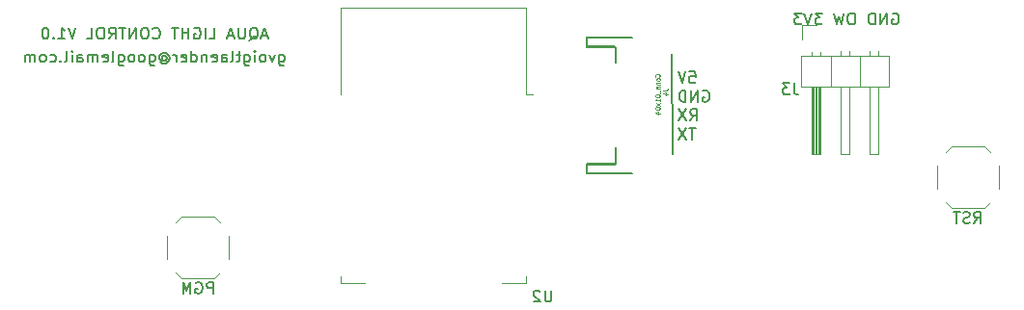
<source format=gbr>
%TF.GenerationSoftware,KiCad,Pcbnew,5.1.9+dfsg1-1*%
%TF.CreationDate,2021-11-29T12:28:50+01:00*%
%TF.ProjectId,Esp8266AquariumLight,45737038-3236-4364-9171-75617269756d,rev?*%
%TF.SameCoordinates,Original*%
%TF.FileFunction,Legend,Bot*%
%TF.FilePolarity,Positive*%
%FSLAX46Y46*%
G04 Gerber Fmt 4.6, Leading zero omitted, Abs format (unit mm)*
G04 Created by KiCad (PCBNEW 5.1.9+dfsg1-1) date 2021-11-29 12:28:50*
%MOMM*%
%LPD*%
G01*
G04 APERTURE LIST*
%ADD10C,0.150000*%
%ADD11C,0.120000*%
%ADD12C,0.127000*%
%ADD13C,0.203200*%
%ADD14C,0.025400*%
G04 APERTURE END LIST*
D10*
X164006738Y-105943380D02*
X164482928Y-105943380D01*
X164530547Y-106419571D01*
X164482928Y-106371952D01*
X164387690Y-106324333D01*
X164149595Y-106324333D01*
X164054357Y-106371952D01*
X164006738Y-106419571D01*
X163959119Y-106514809D01*
X163959119Y-106752904D01*
X164006738Y-106848142D01*
X164054357Y-106895761D01*
X164149595Y-106943380D01*
X164387690Y-106943380D01*
X164482928Y-106895761D01*
X164530547Y-106848142D01*
X163673404Y-105943380D02*
X163340071Y-106943380D01*
X163006738Y-105943380D01*
X165197214Y-107641000D02*
X165292452Y-107593380D01*
X165435309Y-107593380D01*
X165578166Y-107641000D01*
X165673404Y-107736238D01*
X165721023Y-107831476D01*
X165768642Y-108021952D01*
X165768642Y-108164809D01*
X165721023Y-108355285D01*
X165673404Y-108450523D01*
X165578166Y-108545761D01*
X165435309Y-108593380D01*
X165340071Y-108593380D01*
X165197214Y-108545761D01*
X165149595Y-108498142D01*
X165149595Y-108164809D01*
X165340071Y-108164809D01*
X164721023Y-108593380D02*
X164721023Y-107593380D01*
X164149595Y-108593380D01*
X164149595Y-107593380D01*
X163673404Y-108593380D02*
X163673404Y-107593380D01*
X163435309Y-107593380D01*
X163292452Y-107641000D01*
X163197214Y-107736238D01*
X163149595Y-107831476D01*
X163101976Y-108021952D01*
X163101976Y-108164809D01*
X163149595Y-108355285D01*
X163197214Y-108450523D01*
X163292452Y-108545761D01*
X163435309Y-108593380D01*
X163673404Y-108593380D01*
X164054357Y-110243380D02*
X164387690Y-109767190D01*
X164625785Y-110243380D02*
X164625785Y-109243380D01*
X164244833Y-109243380D01*
X164149595Y-109291000D01*
X164101976Y-109338619D01*
X164054357Y-109433857D01*
X164054357Y-109576714D01*
X164101976Y-109671952D01*
X164149595Y-109719571D01*
X164244833Y-109767190D01*
X164625785Y-109767190D01*
X163721023Y-109243380D02*
X163054357Y-110243380D01*
X163054357Y-109243380D02*
X163721023Y-110243380D01*
X164530547Y-110893380D02*
X163959119Y-110893380D01*
X164244833Y-111893380D02*
X164244833Y-110893380D01*
X163721023Y-110893380D02*
X163054357Y-111893380D01*
X163054357Y-110893380D02*
X163721023Y-111893380D01*
X181800000Y-100846000D02*
X181895238Y-100798380D01*
X182038095Y-100798380D01*
X182180952Y-100846000D01*
X182276190Y-100941238D01*
X182323809Y-101036476D01*
X182371428Y-101226952D01*
X182371428Y-101369809D01*
X182323809Y-101560285D01*
X182276190Y-101655523D01*
X182180952Y-101750761D01*
X182038095Y-101798380D01*
X181942857Y-101798380D01*
X181800000Y-101750761D01*
X181752380Y-101703142D01*
X181752380Y-101369809D01*
X181942857Y-101369809D01*
X181323809Y-101798380D02*
X181323809Y-100798380D01*
X180752380Y-101798380D01*
X180752380Y-100798380D01*
X180276190Y-101798380D02*
X180276190Y-100798380D01*
X180038095Y-100798380D01*
X179895238Y-100846000D01*
X179800000Y-100941238D01*
X179752380Y-101036476D01*
X179704761Y-101226952D01*
X179704761Y-101369809D01*
X179752380Y-101560285D01*
X179800000Y-101655523D01*
X179895238Y-101750761D01*
X180038095Y-101798380D01*
X180276190Y-101798380D01*
X178323809Y-100798380D02*
X178133333Y-100798380D01*
X178038095Y-100846000D01*
X177942857Y-100941238D01*
X177895238Y-101131714D01*
X177895238Y-101465047D01*
X177942857Y-101655523D01*
X178038095Y-101750761D01*
X178133333Y-101798380D01*
X178323809Y-101798380D01*
X178419047Y-101750761D01*
X178514285Y-101655523D01*
X178561904Y-101465047D01*
X178561904Y-101131714D01*
X178514285Y-100941238D01*
X178419047Y-100846000D01*
X178323809Y-100798380D01*
X177561904Y-100798380D02*
X177323809Y-101798380D01*
X177133333Y-101084095D01*
X176942857Y-101798380D01*
X176704761Y-100798380D01*
X175657142Y-100798380D02*
X175038095Y-100798380D01*
X175371428Y-101179333D01*
X175228571Y-101179333D01*
X175133333Y-101226952D01*
X175085714Y-101274571D01*
X175038095Y-101369809D01*
X175038095Y-101607904D01*
X175085714Y-101703142D01*
X175133333Y-101750761D01*
X175228571Y-101798380D01*
X175514285Y-101798380D01*
X175609523Y-101750761D01*
X175657142Y-101703142D01*
X174752380Y-100798380D02*
X174419047Y-101798380D01*
X174085714Y-100798380D01*
X173847619Y-100798380D02*
X173228571Y-100798380D01*
X173561904Y-101179333D01*
X173419047Y-101179333D01*
X173323809Y-101226952D01*
X173276190Y-101274571D01*
X173228571Y-101369809D01*
X173228571Y-101607904D01*
X173276190Y-101703142D01*
X173323809Y-101750761D01*
X173419047Y-101798380D01*
X173704761Y-101798380D01*
X173800000Y-101750761D01*
X173847619Y-101703142D01*
X128022571Y-104433714D02*
X128022571Y-105243238D01*
X128070190Y-105338476D01*
X128117809Y-105386095D01*
X128213047Y-105433714D01*
X128355904Y-105433714D01*
X128451142Y-105386095D01*
X128022571Y-105052761D02*
X128117809Y-105100380D01*
X128308285Y-105100380D01*
X128403523Y-105052761D01*
X128451142Y-105005142D01*
X128498761Y-104909904D01*
X128498761Y-104624190D01*
X128451142Y-104528952D01*
X128403523Y-104481333D01*
X128308285Y-104433714D01*
X128117809Y-104433714D01*
X128022571Y-104481333D01*
X127641619Y-104433714D02*
X127403523Y-105100380D01*
X127165428Y-104433714D01*
X126641619Y-105100380D02*
X126736857Y-105052761D01*
X126784476Y-105005142D01*
X126832095Y-104909904D01*
X126832095Y-104624190D01*
X126784476Y-104528952D01*
X126736857Y-104481333D01*
X126641619Y-104433714D01*
X126498761Y-104433714D01*
X126403523Y-104481333D01*
X126355904Y-104528952D01*
X126308285Y-104624190D01*
X126308285Y-104909904D01*
X126355904Y-105005142D01*
X126403523Y-105052761D01*
X126498761Y-105100380D01*
X126641619Y-105100380D01*
X125879714Y-105100380D02*
X125879714Y-104433714D01*
X125879714Y-104100380D02*
X125927333Y-104148000D01*
X125879714Y-104195619D01*
X125832095Y-104148000D01*
X125879714Y-104100380D01*
X125879714Y-104195619D01*
X124974952Y-104433714D02*
X124974952Y-105243238D01*
X125022571Y-105338476D01*
X125070190Y-105386095D01*
X125165428Y-105433714D01*
X125308285Y-105433714D01*
X125403523Y-105386095D01*
X124974952Y-105052761D02*
X125070190Y-105100380D01*
X125260666Y-105100380D01*
X125355904Y-105052761D01*
X125403523Y-105005142D01*
X125451142Y-104909904D01*
X125451142Y-104624190D01*
X125403523Y-104528952D01*
X125355904Y-104481333D01*
X125260666Y-104433714D01*
X125070190Y-104433714D01*
X124974952Y-104481333D01*
X124641619Y-104433714D02*
X124260666Y-104433714D01*
X124498761Y-104100380D02*
X124498761Y-104957523D01*
X124451142Y-105052761D01*
X124355904Y-105100380D01*
X124260666Y-105100380D01*
X123784476Y-105100380D02*
X123879714Y-105052761D01*
X123927333Y-104957523D01*
X123927333Y-104100380D01*
X122974952Y-105100380D02*
X122974952Y-104576571D01*
X123022571Y-104481333D01*
X123117809Y-104433714D01*
X123308285Y-104433714D01*
X123403523Y-104481333D01*
X122974952Y-105052761D02*
X123070190Y-105100380D01*
X123308285Y-105100380D01*
X123403523Y-105052761D01*
X123451142Y-104957523D01*
X123451142Y-104862285D01*
X123403523Y-104767047D01*
X123308285Y-104719428D01*
X123070190Y-104719428D01*
X122974952Y-104671809D01*
X122117809Y-105052761D02*
X122213047Y-105100380D01*
X122403523Y-105100380D01*
X122498761Y-105052761D01*
X122546380Y-104957523D01*
X122546380Y-104576571D01*
X122498761Y-104481333D01*
X122403523Y-104433714D01*
X122213047Y-104433714D01*
X122117809Y-104481333D01*
X122070190Y-104576571D01*
X122070190Y-104671809D01*
X122546380Y-104767047D01*
X121641619Y-104433714D02*
X121641619Y-105100380D01*
X121641619Y-104528952D02*
X121594000Y-104481333D01*
X121498761Y-104433714D01*
X121355904Y-104433714D01*
X121260666Y-104481333D01*
X121213047Y-104576571D01*
X121213047Y-105100380D01*
X120308285Y-105100380D02*
X120308285Y-104100380D01*
X120308285Y-105052761D02*
X120403523Y-105100380D01*
X120594000Y-105100380D01*
X120689238Y-105052761D01*
X120736857Y-105005142D01*
X120784476Y-104909904D01*
X120784476Y-104624190D01*
X120736857Y-104528952D01*
X120689238Y-104481333D01*
X120594000Y-104433714D01*
X120403523Y-104433714D01*
X120308285Y-104481333D01*
X119451142Y-105052761D02*
X119546380Y-105100380D01*
X119736857Y-105100380D01*
X119832095Y-105052761D01*
X119879714Y-104957523D01*
X119879714Y-104576571D01*
X119832095Y-104481333D01*
X119736857Y-104433714D01*
X119546380Y-104433714D01*
X119451142Y-104481333D01*
X119403523Y-104576571D01*
X119403523Y-104671809D01*
X119879714Y-104767047D01*
X118974952Y-105100380D02*
X118974952Y-104433714D01*
X118974952Y-104624190D02*
X118927333Y-104528952D01*
X118879714Y-104481333D01*
X118784476Y-104433714D01*
X118689238Y-104433714D01*
X117736857Y-104624190D02*
X117784476Y-104576571D01*
X117879714Y-104528952D01*
X117974952Y-104528952D01*
X118070190Y-104576571D01*
X118117809Y-104624190D01*
X118165428Y-104719428D01*
X118165428Y-104814666D01*
X118117809Y-104909904D01*
X118070190Y-104957523D01*
X117974952Y-105005142D01*
X117879714Y-105005142D01*
X117784476Y-104957523D01*
X117736857Y-104909904D01*
X117736857Y-104528952D02*
X117736857Y-104909904D01*
X117689238Y-104957523D01*
X117641619Y-104957523D01*
X117546380Y-104909904D01*
X117498761Y-104814666D01*
X117498761Y-104576571D01*
X117594000Y-104433714D01*
X117736857Y-104338476D01*
X117927333Y-104290857D01*
X118117809Y-104338476D01*
X118260666Y-104433714D01*
X118355904Y-104576571D01*
X118403523Y-104767047D01*
X118355904Y-104957523D01*
X118260666Y-105100380D01*
X118117809Y-105195619D01*
X117927333Y-105243238D01*
X117736857Y-105195619D01*
X117594000Y-105100380D01*
X116641619Y-104433714D02*
X116641619Y-105243238D01*
X116689238Y-105338476D01*
X116736857Y-105386095D01*
X116832095Y-105433714D01*
X116974952Y-105433714D01*
X117070190Y-105386095D01*
X116641619Y-105052761D02*
X116736857Y-105100380D01*
X116927333Y-105100380D01*
X117022571Y-105052761D01*
X117070190Y-105005142D01*
X117117809Y-104909904D01*
X117117809Y-104624190D01*
X117070190Y-104528952D01*
X117022571Y-104481333D01*
X116927333Y-104433714D01*
X116736857Y-104433714D01*
X116641619Y-104481333D01*
X116022571Y-105100380D02*
X116117809Y-105052761D01*
X116165428Y-105005142D01*
X116213047Y-104909904D01*
X116213047Y-104624190D01*
X116165428Y-104528952D01*
X116117809Y-104481333D01*
X116022571Y-104433714D01*
X115879714Y-104433714D01*
X115784476Y-104481333D01*
X115736857Y-104528952D01*
X115689238Y-104624190D01*
X115689238Y-104909904D01*
X115736857Y-105005142D01*
X115784476Y-105052761D01*
X115879714Y-105100380D01*
X116022571Y-105100380D01*
X115117809Y-105100380D02*
X115213047Y-105052761D01*
X115260666Y-105005142D01*
X115308285Y-104909904D01*
X115308285Y-104624190D01*
X115260666Y-104528952D01*
X115213047Y-104481333D01*
X115117809Y-104433714D01*
X114974952Y-104433714D01*
X114879714Y-104481333D01*
X114832095Y-104528952D01*
X114784476Y-104624190D01*
X114784476Y-104909904D01*
X114832095Y-105005142D01*
X114879714Y-105052761D01*
X114974952Y-105100380D01*
X115117809Y-105100380D01*
X113927333Y-104433714D02*
X113927333Y-105243238D01*
X113974952Y-105338476D01*
X114022571Y-105386095D01*
X114117809Y-105433714D01*
X114260666Y-105433714D01*
X114355904Y-105386095D01*
X113927333Y-105052761D02*
X114022571Y-105100380D01*
X114213047Y-105100380D01*
X114308285Y-105052761D01*
X114355904Y-105005142D01*
X114403523Y-104909904D01*
X114403523Y-104624190D01*
X114355904Y-104528952D01*
X114308285Y-104481333D01*
X114213047Y-104433714D01*
X114022571Y-104433714D01*
X113927333Y-104481333D01*
X113308285Y-105100380D02*
X113403523Y-105052761D01*
X113451142Y-104957523D01*
X113451142Y-104100380D01*
X112546380Y-105052761D02*
X112641619Y-105100380D01*
X112832095Y-105100380D01*
X112927333Y-105052761D01*
X112974952Y-104957523D01*
X112974952Y-104576571D01*
X112927333Y-104481333D01*
X112832095Y-104433714D01*
X112641619Y-104433714D01*
X112546380Y-104481333D01*
X112498761Y-104576571D01*
X112498761Y-104671809D01*
X112974952Y-104767047D01*
X112070190Y-105100380D02*
X112070190Y-104433714D01*
X112070190Y-104528952D02*
X112022571Y-104481333D01*
X111927333Y-104433714D01*
X111784476Y-104433714D01*
X111689238Y-104481333D01*
X111641619Y-104576571D01*
X111641619Y-105100380D01*
X111641619Y-104576571D02*
X111594000Y-104481333D01*
X111498761Y-104433714D01*
X111355904Y-104433714D01*
X111260666Y-104481333D01*
X111213047Y-104576571D01*
X111213047Y-105100380D01*
X110308285Y-105100380D02*
X110308285Y-104576571D01*
X110355904Y-104481333D01*
X110451142Y-104433714D01*
X110641619Y-104433714D01*
X110736857Y-104481333D01*
X110308285Y-105052761D02*
X110403523Y-105100380D01*
X110641619Y-105100380D01*
X110736857Y-105052761D01*
X110784476Y-104957523D01*
X110784476Y-104862285D01*
X110736857Y-104767047D01*
X110641619Y-104719428D01*
X110403523Y-104719428D01*
X110308285Y-104671809D01*
X109832095Y-105100380D02*
X109832095Y-104433714D01*
X109832095Y-104100380D02*
X109879714Y-104148000D01*
X109832095Y-104195619D01*
X109784476Y-104148000D01*
X109832095Y-104100380D01*
X109832095Y-104195619D01*
X109213047Y-105100380D02*
X109308285Y-105052761D01*
X109355904Y-104957523D01*
X109355904Y-104100380D01*
X108832095Y-105005142D02*
X108784476Y-105052761D01*
X108832095Y-105100380D01*
X108879714Y-105052761D01*
X108832095Y-105005142D01*
X108832095Y-105100380D01*
X107927333Y-105052761D02*
X108022571Y-105100380D01*
X108213047Y-105100380D01*
X108308285Y-105052761D01*
X108355904Y-105005142D01*
X108403523Y-104909904D01*
X108403523Y-104624190D01*
X108355904Y-104528952D01*
X108308285Y-104481333D01*
X108213047Y-104433714D01*
X108022571Y-104433714D01*
X107927333Y-104481333D01*
X107355904Y-105100380D02*
X107451142Y-105052761D01*
X107498761Y-105005142D01*
X107546380Y-104909904D01*
X107546380Y-104624190D01*
X107498761Y-104528952D01*
X107451142Y-104481333D01*
X107355904Y-104433714D01*
X107213047Y-104433714D01*
X107117809Y-104481333D01*
X107070190Y-104528952D01*
X107022571Y-104624190D01*
X107022571Y-104909904D01*
X107070190Y-105005142D01*
X107117809Y-105052761D01*
X107213047Y-105100380D01*
X107355904Y-105100380D01*
X106594000Y-105100380D02*
X106594000Y-104433714D01*
X106594000Y-104528952D02*
X106546380Y-104481333D01*
X106451142Y-104433714D01*
X106308285Y-104433714D01*
X106213047Y-104481333D01*
X106165428Y-104576571D01*
X106165428Y-105100380D01*
X106165428Y-104576571D02*
X106117809Y-104481333D01*
X106022571Y-104433714D01*
X105879714Y-104433714D01*
X105784476Y-104481333D01*
X105736857Y-104576571D01*
X105736857Y-105100380D01*
X126974952Y-102782666D02*
X126498761Y-102782666D01*
X127070190Y-103068380D02*
X126736857Y-102068380D01*
X126403523Y-103068380D01*
X125403523Y-103163619D02*
X125498761Y-103116000D01*
X125594000Y-103020761D01*
X125736857Y-102877904D01*
X125832095Y-102830285D01*
X125927333Y-102830285D01*
X125879714Y-103068380D02*
X125974952Y-103020761D01*
X126070190Y-102925523D01*
X126117809Y-102735047D01*
X126117809Y-102401714D01*
X126070190Y-102211238D01*
X125974952Y-102116000D01*
X125879714Y-102068380D01*
X125689238Y-102068380D01*
X125594000Y-102116000D01*
X125498761Y-102211238D01*
X125451142Y-102401714D01*
X125451142Y-102735047D01*
X125498761Y-102925523D01*
X125594000Y-103020761D01*
X125689238Y-103068380D01*
X125879714Y-103068380D01*
X125022571Y-102068380D02*
X125022571Y-102877904D01*
X124974952Y-102973142D01*
X124927333Y-103020761D01*
X124832095Y-103068380D01*
X124641619Y-103068380D01*
X124546380Y-103020761D01*
X124498761Y-102973142D01*
X124451142Y-102877904D01*
X124451142Y-102068380D01*
X124022571Y-102782666D02*
X123546380Y-102782666D01*
X124117809Y-103068380D02*
X123784476Y-102068380D01*
X123451142Y-103068380D01*
X121879714Y-103068380D02*
X122355904Y-103068380D01*
X122355904Y-102068380D01*
X121546380Y-103068380D02*
X121546380Y-102068380D01*
X120546380Y-102116000D02*
X120641619Y-102068380D01*
X120784476Y-102068380D01*
X120927333Y-102116000D01*
X121022571Y-102211238D01*
X121070190Y-102306476D01*
X121117809Y-102496952D01*
X121117809Y-102639809D01*
X121070190Y-102830285D01*
X121022571Y-102925523D01*
X120927333Y-103020761D01*
X120784476Y-103068380D01*
X120689238Y-103068380D01*
X120546380Y-103020761D01*
X120498761Y-102973142D01*
X120498761Y-102639809D01*
X120689238Y-102639809D01*
X120070190Y-103068380D02*
X120070190Y-102068380D01*
X120070190Y-102544571D02*
X119498761Y-102544571D01*
X119498761Y-103068380D02*
X119498761Y-102068380D01*
X119165428Y-102068380D02*
X118594000Y-102068380D01*
X118879714Y-103068380D02*
X118879714Y-102068380D01*
X116927333Y-102973142D02*
X116974952Y-103020761D01*
X117117809Y-103068380D01*
X117213047Y-103068380D01*
X117355904Y-103020761D01*
X117451142Y-102925523D01*
X117498761Y-102830285D01*
X117546380Y-102639809D01*
X117546380Y-102496952D01*
X117498761Y-102306476D01*
X117451142Y-102211238D01*
X117355904Y-102116000D01*
X117213047Y-102068380D01*
X117117809Y-102068380D01*
X116974952Y-102116000D01*
X116927333Y-102163619D01*
X116308285Y-102068380D02*
X116117809Y-102068380D01*
X116022571Y-102116000D01*
X115927333Y-102211238D01*
X115879714Y-102401714D01*
X115879714Y-102735047D01*
X115927333Y-102925523D01*
X116022571Y-103020761D01*
X116117809Y-103068380D01*
X116308285Y-103068380D01*
X116403523Y-103020761D01*
X116498761Y-102925523D01*
X116546380Y-102735047D01*
X116546380Y-102401714D01*
X116498761Y-102211238D01*
X116403523Y-102116000D01*
X116308285Y-102068380D01*
X115451142Y-103068380D02*
X115451142Y-102068380D01*
X114879714Y-103068380D01*
X114879714Y-102068380D01*
X114546380Y-102068380D02*
X113974952Y-102068380D01*
X114260666Y-103068380D02*
X114260666Y-102068380D01*
X113070190Y-103068380D02*
X113403523Y-102592190D01*
X113641619Y-103068380D02*
X113641619Y-102068380D01*
X113260666Y-102068380D01*
X113165428Y-102116000D01*
X113117809Y-102163619D01*
X113070190Y-102258857D01*
X113070190Y-102401714D01*
X113117809Y-102496952D01*
X113165428Y-102544571D01*
X113260666Y-102592190D01*
X113641619Y-102592190D01*
X112451142Y-102068380D02*
X112260666Y-102068380D01*
X112165428Y-102116000D01*
X112070190Y-102211238D01*
X112022571Y-102401714D01*
X112022571Y-102735047D01*
X112070190Y-102925523D01*
X112165428Y-103020761D01*
X112260666Y-103068380D01*
X112451142Y-103068380D01*
X112546380Y-103020761D01*
X112641619Y-102925523D01*
X112689238Y-102735047D01*
X112689238Y-102401714D01*
X112641619Y-102211238D01*
X112546380Y-102116000D01*
X112451142Y-102068380D01*
X111117809Y-103068380D02*
X111594000Y-103068380D01*
X111594000Y-102068380D01*
X110165428Y-102068380D02*
X109832095Y-103068380D01*
X109498761Y-102068380D01*
X108641619Y-103068380D02*
X109213047Y-103068380D01*
X108927333Y-103068380D02*
X108927333Y-102068380D01*
X109022571Y-102211238D01*
X109117809Y-102306476D01*
X109213047Y-102354095D01*
X108213047Y-102973142D02*
X108165428Y-103020761D01*
X108213047Y-103068380D01*
X108260666Y-103020761D01*
X108213047Y-102973142D01*
X108213047Y-103068380D01*
X107546380Y-102068380D02*
X107451142Y-102068380D01*
X107355904Y-102116000D01*
X107308285Y-102163619D01*
X107260666Y-102258857D01*
X107213047Y-102449333D01*
X107213047Y-102687428D01*
X107260666Y-102877904D01*
X107308285Y-102973142D01*
X107355904Y-103020761D01*
X107451142Y-103068380D01*
X107546380Y-103068380D01*
X107641619Y-103020761D01*
X107689238Y-102973142D01*
X107736857Y-102877904D01*
X107784476Y-102687428D01*
X107784476Y-102449333D01*
X107736857Y-102258857D01*
X107689238Y-102163619D01*
X107641619Y-102116000D01*
X107546380Y-102068380D01*
D11*
%TO.C,J3*%
X173860000Y-101854000D02*
X173860000Y-103124000D01*
X175130000Y-101854000D02*
X173860000Y-101854000D01*
X180590000Y-104166929D02*
X180590000Y-104564000D01*
X179830000Y-104166929D02*
X179830000Y-104564000D01*
X180590000Y-113224000D02*
X180590000Y-107224000D01*
X179830000Y-113224000D02*
X180590000Y-113224000D01*
X179830000Y-107224000D02*
X179830000Y-113224000D01*
X178940000Y-104564000D02*
X178940000Y-107224000D01*
X178050000Y-104166929D02*
X178050000Y-104564000D01*
X177290000Y-104166929D02*
X177290000Y-104564000D01*
X178050000Y-113224000D02*
X178050000Y-107224000D01*
X177290000Y-113224000D02*
X178050000Y-113224000D01*
X177290000Y-107224000D02*
X177290000Y-113224000D01*
X176400000Y-104564000D02*
X176400000Y-107224000D01*
X175510000Y-104234000D02*
X175510000Y-104564000D01*
X174750000Y-104234000D02*
X174750000Y-104564000D01*
X175410000Y-107224000D02*
X175410000Y-113224000D01*
X175290000Y-107224000D02*
X175290000Y-113224000D01*
X175170000Y-107224000D02*
X175170000Y-113224000D01*
X175050000Y-107224000D02*
X175050000Y-113224000D01*
X174930000Y-107224000D02*
X174930000Y-113224000D01*
X174810000Y-107224000D02*
X174810000Y-113224000D01*
X175510000Y-113224000D02*
X175510000Y-107224000D01*
X174750000Y-113224000D02*
X175510000Y-113224000D01*
X174750000Y-107224000D02*
X174750000Y-113224000D01*
X173800000Y-107224000D02*
X173800000Y-104564000D01*
X181540000Y-107224000D02*
X173800000Y-107224000D01*
X181540000Y-104564000D02*
X181540000Y-107224000D01*
X173800000Y-104564000D02*
X181540000Y-104564000D01*
%TO.C,U2*%
X149670000Y-107925000D02*
X150280000Y-107925000D01*
X149670000Y-107925000D02*
X149670000Y-100305000D01*
X149670000Y-124545000D02*
X149670000Y-123925000D01*
X147550000Y-124545000D02*
X149670000Y-124545000D01*
X133430000Y-124545000D02*
X135550000Y-124545000D01*
X133430000Y-123925000D02*
X133430000Y-124545000D01*
X133430000Y-100305000D02*
X133430000Y-107925000D01*
X149670000Y-100305000D02*
X133430000Y-100305000D01*
%TO.C,SW3*%
X123624000Y-122452000D02*
X123624000Y-120372000D01*
X119454000Y-118692000D02*
X118964000Y-119182000D01*
X118184000Y-122452000D02*
X118184000Y-120372000D01*
X122354000Y-118692000D02*
X122844000Y-119182000D01*
X122354000Y-118692000D02*
X119454000Y-118692000D01*
X122354000Y-124132000D02*
X122844000Y-123642000D01*
X122354000Y-124132000D02*
X119454000Y-124132000D01*
X119454000Y-124132000D02*
X118964000Y-123642000D01*
%TO.C,SW2*%
X191140000Y-116270000D02*
X191140000Y-114190000D01*
X186970000Y-112510000D02*
X186480000Y-113000000D01*
X185700000Y-116270000D02*
X185700000Y-114190000D01*
X189870000Y-112510000D02*
X190360000Y-113000000D01*
X189870000Y-112510000D02*
X186970000Y-112510000D01*
X189870000Y-117950000D02*
X190360000Y-117460000D01*
X189870000Y-117950000D02*
X186970000Y-117950000D01*
X186970000Y-117950000D02*
X186480000Y-117460000D01*
D12*
%TO.C,J4*%
X155000200Y-102911600D02*
X158995620Y-102911600D01*
X155000200Y-103762500D02*
X155000200Y-102911600D01*
X157499560Y-103762500D02*
X155000200Y-103762500D01*
X157499560Y-105162040D02*
X157499560Y-103762500D01*
X157499560Y-114058140D02*
X157499560Y-112638280D01*
X155000200Y-114058140D02*
X157499560Y-114058140D01*
X155000200Y-114909040D02*
X155000200Y-114058140D01*
X158995620Y-114909040D02*
X155000200Y-114909040D01*
X162480000Y-104390000D02*
X162495740Y-113158980D01*
D13*
X154982420Y-103691380D02*
X157481780Y-103691380D01*
X154982420Y-102891280D02*
X154982420Y-103691380D01*
X154982420Y-114088620D02*
X154982420Y-114888720D01*
X157481780Y-114088620D02*
X154982420Y-114088620D01*
%TO.C,J3*%
D10*
X173193333Y-106961380D02*
X173193333Y-107675666D01*
X173240952Y-107818523D01*
X173336190Y-107913761D01*
X173479047Y-107961380D01*
X173574285Y-107961380D01*
X172812380Y-106961380D02*
X172193333Y-106961380D01*
X172526666Y-107342333D01*
X172383809Y-107342333D01*
X172288571Y-107389952D01*
X172240952Y-107437571D01*
X172193333Y-107532809D01*
X172193333Y-107770904D01*
X172240952Y-107866142D01*
X172288571Y-107913761D01*
X172383809Y-107961380D01*
X172669523Y-107961380D01*
X172764761Y-107913761D01*
X172812380Y-107866142D01*
%TO.C,U2*%
X151891904Y-125182380D02*
X151891904Y-125991904D01*
X151844285Y-126087142D01*
X151796666Y-126134761D01*
X151701428Y-126182380D01*
X151510952Y-126182380D01*
X151415714Y-126134761D01*
X151368095Y-126087142D01*
X151320476Y-125991904D01*
X151320476Y-125182380D01*
X150891904Y-125277619D02*
X150844285Y-125230000D01*
X150749047Y-125182380D01*
X150510952Y-125182380D01*
X150415714Y-125230000D01*
X150368095Y-125277619D01*
X150320476Y-125372857D01*
X150320476Y-125468095D01*
X150368095Y-125610952D01*
X150939523Y-126182380D01*
X150320476Y-126182380D01*
%TO.C,SW3*%
X122237333Y-125464380D02*
X122237333Y-124464380D01*
X121856380Y-124464380D01*
X121761142Y-124512000D01*
X121713523Y-124559619D01*
X121665904Y-124654857D01*
X121665904Y-124797714D01*
X121713523Y-124892952D01*
X121761142Y-124940571D01*
X121856380Y-124988190D01*
X122237333Y-124988190D01*
X120713523Y-124512000D02*
X120808761Y-124464380D01*
X120951619Y-124464380D01*
X121094476Y-124512000D01*
X121189714Y-124607238D01*
X121237333Y-124702476D01*
X121284952Y-124892952D01*
X121284952Y-125035809D01*
X121237333Y-125226285D01*
X121189714Y-125321523D01*
X121094476Y-125416761D01*
X120951619Y-125464380D01*
X120856380Y-125464380D01*
X120713523Y-125416761D01*
X120665904Y-125369142D01*
X120665904Y-125035809D01*
X120856380Y-125035809D01*
X120237333Y-125464380D02*
X120237333Y-124464380D01*
X119904000Y-125178666D01*
X119570666Y-124464380D01*
X119570666Y-125464380D01*
%TO.C,SW2*%
X188967619Y-119282380D02*
X189300952Y-118806190D01*
X189539047Y-119282380D02*
X189539047Y-118282380D01*
X189158095Y-118282380D01*
X189062857Y-118330000D01*
X189015238Y-118377619D01*
X188967619Y-118472857D01*
X188967619Y-118615714D01*
X189015238Y-118710952D01*
X189062857Y-118758571D01*
X189158095Y-118806190D01*
X189539047Y-118806190D01*
X188586666Y-119234761D02*
X188443809Y-119282380D01*
X188205714Y-119282380D01*
X188110476Y-119234761D01*
X188062857Y-119187142D01*
X188015238Y-119091904D01*
X188015238Y-118996666D01*
X188062857Y-118901428D01*
X188110476Y-118853809D01*
X188205714Y-118806190D01*
X188396190Y-118758571D01*
X188491428Y-118710952D01*
X188539047Y-118663333D01*
X188586666Y-118568095D01*
X188586666Y-118472857D01*
X188539047Y-118377619D01*
X188491428Y-118330000D01*
X188396190Y-118282380D01*
X188158095Y-118282380D01*
X188015238Y-118330000D01*
X187729523Y-118282380D02*
X187158095Y-118282380D01*
X187443809Y-119282380D02*
X187443809Y-118282380D01*
%TO.C,J4*%
D14*
X161699147Y-107570133D02*
X161989433Y-107570133D01*
X162047490Y-107550780D01*
X162086195Y-107512076D01*
X162105547Y-107454019D01*
X162105547Y-107415314D01*
X161834614Y-107937828D02*
X162105547Y-107937828D01*
X161679795Y-107841066D02*
X161970080Y-107744304D01*
X161970080Y-107995885D01*
X161368342Y-106389638D02*
X161387695Y-106370285D01*
X161407047Y-106312228D01*
X161407047Y-106273523D01*
X161387695Y-106215466D01*
X161348990Y-106176761D01*
X161310285Y-106157409D01*
X161232876Y-106138057D01*
X161174819Y-106138057D01*
X161097409Y-106157409D01*
X161058704Y-106176761D01*
X161020000Y-106215466D01*
X161000647Y-106273523D01*
X161000647Y-106312228D01*
X161020000Y-106370285D01*
X161039352Y-106389638D01*
X161407047Y-106621866D02*
X161387695Y-106583161D01*
X161368342Y-106563809D01*
X161329638Y-106544457D01*
X161213523Y-106544457D01*
X161174819Y-106563809D01*
X161155466Y-106583161D01*
X161136114Y-106621866D01*
X161136114Y-106679923D01*
X161155466Y-106718628D01*
X161174819Y-106737980D01*
X161213523Y-106757333D01*
X161329638Y-106757333D01*
X161368342Y-106737980D01*
X161387695Y-106718628D01*
X161407047Y-106679923D01*
X161407047Y-106621866D01*
X161136114Y-106931504D02*
X161407047Y-106931504D01*
X161174819Y-106931504D02*
X161155466Y-106950857D01*
X161136114Y-106989561D01*
X161136114Y-107047619D01*
X161155466Y-107086323D01*
X161194171Y-107105676D01*
X161407047Y-107105676D01*
X161136114Y-107299200D02*
X161407047Y-107299200D01*
X161174819Y-107299200D02*
X161155466Y-107318552D01*
X161136114Y-107357257D01*
X161136114Y-107415314D01*
X161155466Y-107454019D01*
X161194171Y-107473371D01*
X161407047Y-107473371D01*
X161445752Y-107570133D02*
X161445752Y-107879771D01*
X161000647Y-108053942D02*
X161000647Y-108092647D01*
X161020000Y-108131352D01*
X161039352Y-108150704D01*
X161078057Y-108170057D01*
X161155466Y-108189409D01*
X161252228Y-108189409D01*
X161329638Y-108170057D01*
X161368342Y-108150704D01*
X161387695Y-108131352D01*
X161407047Y-108092647D01*
X161407047Y-108053942D01*
X161387695Y-108015238D01*
X161368342Y-107995885D01*
X161329638Y-107976533D01*
X161252228Y-107957180D01*
X161155466Y-107957180D01*
X161078057Y-107976533D01*
X161039352Y-107995885D01*
X161020000Y-108015238D01*
X161000647Y-108053942D01*
X161407047Y-108576457D02*
X161407047Y-108344228D01*
X161407047Y-108460342D02*
X161000647Y-108460342D01*
X161058704Y-108421638D01*
X161097409Y-108382933D01*
X161116761Y-108344228D01*
X161407047Y-108711923D02*
X161136114Y-108924800D01*
X161136114Y-108711923D02*
X161407047Y-108924800D01*
X161000647Y-109157028D02*
X161000647Y-109195733D01*
X161020000Y-109234438D01*
X161039352Y-109253790D01*
X161078057Y-109273142D01*
X161155466Y-109292495D01*
X161252228Y-109292495D01*
X161329638Y-109273142D01*
X161368342Y-109253790D01*
X161387695Y-109234438D01*
X161407047Y-109195733D01*
X161407047Y-109157028D01*
X161387695Y-109118323D01*
X161368342Y-109098971D01*
X161329638Y-109079619D01*
X161252228Y-109060266D01*
X161155466Y-109060266D01*
X161078057Y-109079619D01*
X161039352Y-109098971D01*
X161020000Y-109118323D01*
X161000647Y-109157028D01*
X161136114Y-109640838D02*
X161407047Y-109640838D01*
X160981295Y-109544076D02*
X161271580Y-109447314D01*
X161271580Y-109698895D01*
%TD*%
M02*

</source>
